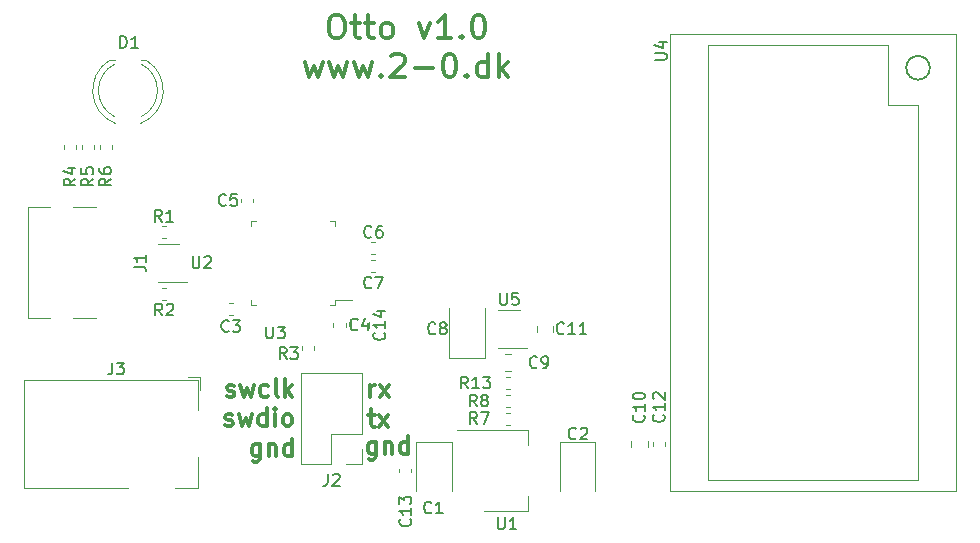
<source format=gbr>
G04 #@! TF.GenerationSoftware,KiCad,Pcbnew,5.1.8-db9833491~87~ubuntu20.04.1*
G04 #@! TF.CreationDate,2020-11-25T01:05:05+01:00*
G04 #@! TF.ProjectId,otto,6f74746f-2e6b-4696-9361-645f70636258,v1.0*
G04 #@! TF.SameCoordinates,Original*
G04 #@! TF.FileFunction,Legend,Top*
G04 #@! TF.FilePolarity,Positive*
%FSLAX46Y46*%
G04 Gerber Fmt 4.6, Leading zero omitted, Abs format (unit mm)*
G04 Created by KiCad (PCBNEW 5.1.8-db9833491~87~ubuntu20.04.1) date 2020-11-25 01:05:05*
%MOMM*%
%LPD*%
G01*
G04 APERTURE LIST*
%ADD10C,0.300000*%
%ADD11C,0.120000*%
%ADD12C,0.150000*%
%ADD13C,0.100000*%
G04 APERTURE END LIST*
D10*
X144479142Y-92504761D02*
X144860095Y-92504761D01*
X145050571Y-92600000D01*
X145241047Y-92790476D01*
X145336285Y-93171428D01*
X145336285Y-93838095D01*
X145241047Y-94219047D01*
X145050571Y-94409523D01*
X144860095Y-94504761D01*
X144479142Y-94504761D01*
X144288666Y-94409523D01*
X144098190Y-94219047D01*
X144002952Y-93838095D01*
X144002952Y-93171428D01*
X144098190Y-92790476D01*
X144288666Y-92600000D01*
X144479142Y-92504761D01*
X145907714Y-93171428D02*
X146669619Y-93171428D01*
X146193428Y-92504761D02*
X146193428Y-94219047D01*
X146288666Y-94409523D01*
X146479142Y-94504761D01*
X146669619Y-94504761D01*
X147050571Y-93171428D02*
X147812476Y-93171428D01*
X147336285Y-92504761D02*
X147336285Y-94219047D01*
X147431523Y-94409523D01*
X147622000Y-94504761D01*
X147812476Y-94504761D01*
X148764857Y-94504761D02*
X148574380Y-94409523D01*
X148479142Y-94314285D01*
X148383904Y-94123809D01*
X148383904Y-93552380D01*
X148479142Y-93361904D01*
X148574380Y-93266666D01*
X148764857Y-93171428D01*
X149050571Y-93171428D01*
X149241047Y-93266666D01*
X149336285Y-93361904D01*
X149431523Y-93552380D01*
X149431523Y-94123809D01*
X149336285Y-94314285D01*
X149241047Y-94409523D01*
X149050571Y-94504761D01*
X148764857Y-94504761D01*
X151622000Y-93171428D02*
X152098190Y-94504761D01*
X152574380Y-93171428D01*
X154383904Y-94504761D02*
X153241047Y-94504761D01*
X153812476Y-94504761D02*
X153812476Y-92504761D01*
X153622000Y-92790476D01*
X153431523Y-92980952D01*
X153241047Y-93076190D01*
X155241047Y-94314285D02*
X155336285Y-94409523D01*
X155241047Y-94504761D01*
X155145809Y-94409523D01*
X155241047Y-94314285D01*
X155241047Y-94504761D01*
X156574380Y-92504761D02*
X156764857Y-92504761D01*
X156955333Y-92600000D01*
X157050571Y-92695238D01*
X157145809Y-92885714D01*
X157241047Y-93266666D01*
X157241047Y-93742857D01*
X157145809Y-94123809D01*
X157050571Y-94314285D01*
X156955333Y-94409523D01*
X156764857Y-94504761D01*
X156574380Y-94504761D01*
X156383904Y-94409523D01*
X156288666Y-94314285D01*
X156193428Y-94123809D01*
X156098190Y-93742857D01*
X156098190Y-93266666D01*
X156193428Y-92885714D01*
X156288666Y-92695238D01*
X156383904Y-92600000D01*
X156574380Y-92504761D01*
X141955333Y-96471428D02*
X142336285Y-97804761D01*
X142717238Y-96852380D01*
X143098190Y-97804761D01*
X143479142Y-96471428D01*
X144050571Y-96471428D02*
X144431523Y-97804761D01*
X144812476Y-96852380D01*
X145193428Y-97804761D01*
X145574380Y-96471428D01*
X146145809Y-96471428D02*
X146526761Y-97804761D01*
X146907714Y-96852380D01*
X147288666Y-97804761D01*
X147669619Y-96471428D01*
X148431523Y-97614285D02*
X148526761Y-97709523D01*
X148431523Y-97804761D01*
X148336285Y-97709523D01*
X148431523Y-97614285D01*
X148431523Y-97804761D01*
X149288666Y-95995238D02*
X149383904Y-95900000D01*
X149574380Y-95804761D01*
X150050571Y-95804761D01*
X150241047Y-95900000D01*
X150336285Y-95995238D01*
X150431523Y-96185714D01*
X150431523Y-96376190D01*
X150336285Y-96661904D01*
X149193428Y-97804761D01*
X150431523Y-97804761D01*
X151288666Y-97042857D02*
X152812476Y-97042857D01*
X154145809Y-95804761D02*
X154336285Y-95804761D01*
X154526761Y-95900000D01*
X154622000Y-95995238D01*
X154717238Y-96185714D01*
X154812476Y-96566666D01*
X154812476Y-97042857D01*
X154717238Y-97423809D01*
X154622000Y-97614285D01*
X154526761Y-97709523D01*
X154336285Y-97804761D01*
X154145809Y-97804761D01*
X153955333Y-97709523D01*
X153860095Y-97614285D01*
X153764857Y-97423809D01*
X153669619Y-97042857D01*
X153669619Y-96566666D01*
X153764857Y-96185714D01*
X153860095Y-95995238D01*
X153955333Y-95900000D01*
X154145809Y-95804761D01*
X155669619Y-97614285D02*
X155764857Y-97709523D01*
X155669619Y-97804761D01*
X155574380Y-97709523D01*
X155669619Y-97614285D01*
X155669619Y-97804761D01*
X157479142Y-97804761D02*
X157479142Y-95804761D01*
X157479142Y-97709523D02*
X157288666Y-97804761D01*
X156907714Y-97804761D01*
X156717238Y-97709523D01*
X156622000Y-97614285D01*
X156526761Y-97423809D01*
X156526761Y-96852380D01*
X156622000Y-96661904D01*
X156717238Y-96566666D01*
X156907714Y-96471428D01*
X157288666Y-96471428D01*
X157479142Y-96566666D01*
X158431523Y-97804761D02*
X158431523Y-95804761D01*
X158622000Y-97042857D02*
X159193428Y-97804761D01*
X159193428Y-96471428D02*
X158431523Y-97233333D01*
X135375000Y-124757142D02*
X135517857Y-124828571D01*
X135803571Y-124828571D01*
X135946428Y-124757142D01*
X136017857Y-124614285D01*
X136017857Y-124542857D01*
X135946428Y-124400000D01*
X135803571Y-124328571D01*
X135589285Y-124328571D01*
X135446428Y-124257142D01*
X135375000Y-124114285D01*
X135375000Y-124042857D01*
X135446428Y-123900000D01*
X135589285Y-123828571D01*
X135803571Y-123828571D01*
X135946428Y-123900000D01*
X136517857Y-123828571D02*
X136803571Y-124828571D01*
X137089285Y-124114285D01*
X137375000Y-124828571D01*
X137660714Y-123828571D01*
X138875000Y-124757142D02*
X138732142Y-124828571D01*
X138446428Y-124828571D01*
X138303571Y-124757142D01*
X138232142Y-124685714D01*
X138160714Y-124542857D01*
X138160714Y-124114285D01*
X138232142Y-123971428D01*
X138303571Y-123900000D01*
X138446428Y-123828571D01*
X138732142Y-123828571D01*
X138875000Y-123900000D01*
X139732142Y-124828571D02*
X139589285Y-124757142D01*
X139517857Y-124614285D01*
X139517857Y-123328571D01*
X140303571Y-124828571D02*
X140303571Y-123328571D01*
X140446428Y-124257142D02*
X140875000Y-124828571D01*
X140875000Y-123828571D02*
X140303571Y-124400000D01*
X135253571Y-127257142D02*
X135396428Y-127328571D01*
X135682142Y-127328571D01*
X135825000Y-127257142D01*
X135896428Y-127114285D01*
X135896428Y-127042857D01*
X135825000Y-126900000D01*
X135682142Y-126828571D01*
X135467857Y-126828571D01*
X135325000Y-126757142D01*
X135253571Y-126614285D01*
X135253571Y-126542857D01*
X135325000Y-126400000D01*
X135467857Y-126328571D01*
X135682142Y-126328571D01*
X135825000Y-126400000D01*
X136396428Y-126328571D02*
X136682142Y-127328571D01*
X136967857Y-126614285D01*
X137253571Y-127328571D01*
X137539285Y-126328571D01*
X138753571Y-127328571D02*
X138753571Y-125828571D01*
X138753571Y-127257142D02*
X138610714Y-127328571D01*
X138325000Y-127328571D01*
X138182142Y-127257142D01*
X138110714Y-127185714D01*
X138039285Y-127042857D01*
X138039285Y-126614285D01*
X138110714Y-126471428D01*
X138182142Y-126400000D01*
X138325000Y-126328571D01*
X138610714Y-126328571D01*
X138753571Y-126400000D01*
X139467857Y-127328571D02*
X139467857Y-126328571D01*
X139467857Y-125828571D02*
X139396428Y-125900000D01*
X139467857Y-125971428D01*
X139539285Y-125900000D01*
X139467857Y-125828571D01*
X139467857Y-125971428D01*
X140396428Y-127328571D02*
X140253571Y-127257142D01*
X140182142Y-127185714D01*
X140110714Y-127042857D01*
X140110714Y-126614285D01*
X140182142Y-126471428D01*
X140253571Y-126400000D01*
X140396428Y-126328571D01*
X140610714Y-126328571D01*
X140753571Y-126400000D01*
X140825000Y-126471428D01*
X140896428Y-126614285D01*
X140896428Y-127042857D01*
X140825000Y-127185714D01*
X140753571Y-127257142D01*
X140610714Y-127328571D01*
X140396428Y-127328571D01*
X138189285Y-128878571D02*
X138189285Y-130092857D01*
X138117857Y-130235714D01*
X138046428Y-130307142D01*
X137903571Y-130378571D01*
X137689285Y-130378571D01*
X137546428Y-130307142D01*
X138189285Y-129807142D02*
X138046428Y-129878571D01*
X137760714Y-129878571D01*
X137617857Y-129807142D01*
X137546428Y-129735714D01*
X137475000Y-129592857D01*
X137475000Y-129164285D01*
X137546428Y-129021428D01*
X137617857Y-128950000D01*
X137760714Y-128878571D01*
X138046428Y-128878571D01*
X138189285Y-128950000D01*
X138903571Y-128878571D02*
X138903571Y-129878571D01*
X138903571Y-129021428D02*
X138975000Y-128950000D01*
X139117857Y-128878571D01*
X139332142Y-128878571D01*
X139475000Y-128950000D01*
X139546428Y-129092857D01*
X139546428Y-129878571D01*
X140903571Y-129878571D02*
X140903571Y-128378571D01*
X140903571Y-129807142D02*
X140760714Y-129878571D01*
X140475000Y-129878571D01*
X140332142Y-129807142D01*
X140260714Y-129735714D01*
X140189285Y-129592857D01*
X140189285Y-129164285D01*
X140260714Y-129021428D01*
X140332142Y-128950000D01*
X140475000Y-128878571D01*
X140760714Y-128878571D01*
X140903571Y-128950000D01*
X148014285Y-128678571D02*
X148014285Y-129892857D01*
X147942857Y-130035714D01*
X147871428Y-130107142D01*
X147728571Y-130178571D01*
X147514285Y-130178571D01*
X147371428Y-130107142D01*
X148014285Y-129607142D02*
X147871428Y-129678571D01*
X147585714Y-129678571D01*
X147442857Y-129607142D01*
X147371428Y-129535714D01*
X147300000Y-129392857D01*
X147300000Y-128964285D01*
X147371428Y-128821428D01*
X147442857Y-128750000D01*
X147585714Y-128678571D01*
X147871428Y-128678571D01*
X148014285Y-128750000D01*
X148728571Y-128678571D02*
X148728571Y-129678571D01*
X148728571Y-128821428D02*
X148800000Y-128750000D01*
X148942857Y-128678571D01*
X149157142Y-128678571D01*
X149300000Y-128750000D01*
X149371428Y-128892857D01*
X149371428Y-129678571D01*
X150728571Y-129678571D02*
X150728571Y-128178571D01*
X150728571Y-129607142D02*
X150585714Y-129678571D01*
X150300000Y-129678571D01*
X150157142Y-129607142D01*
X150085714Y-129535714D01*
X150014285Y-129392857D01*
X150014285Y-128964285D01*
X150085714Y-128821428D01*
X150157142Y-128750000D01*
X150300000Y-128678571D01*
X150585714Y-128678571D01*
X150728571Y-128750000D01*
X147510714Y-124828571D02*
X147510714Y-123828571D01*
X147510714Y-124114285D02*
X147582142Y-123971428D01*
X147653571Y-123900000D01*
X147796428Y-123828571D01*
X147939285Y-123828571D01*
X148296428Y-124828571D02*
X149082142Y-123828571D01*
X148296428Y-123828571D02*
X149082142Y-124828571D01*
X147332142Y-126378571D02*
X147903571Y-126378571D01*
X147546428Y-125878571D02*
X147546428Y-127164285D01*
X147617857Y-127307142D01*
X147760714Y-127378571D01*
X147903571Y-127378571D01*
X148260714Y-127378571D02*
X149046428Y-126378571D01*
X148260714Y-126378571D02*
X149046428Y-127378571D01*
D11*
X172500000Y-128709420D02*
X172500000Y-128990580D01*
X171480000Y-128709420D02*
X171480000Y-128990580D01*
X159362779Y-123190000D02*
X159037221Y-123190000D01*
X159362779Y-124210000D02*
X159037221Y-124210000D01*
X144560000Y-109940000D02*
X144140000Y-109940000D01*
X144560000Y-117060000D02*
X144560000Y-116640000D01*
X144560000Y-116640000D02*
X145940000Y-116640000D01*
X137440000Y-117060000D02*
X137860000Y-117060000D01*
X137440000Y-109940000D02*
X137860000Y-109940000D01*
X144560000Y-117060000D02*
X144140000Y-117060000D01*
X144560000Y-109940000D02*
X144560000Y-110360000D01*
X137440000Y-109940000D02*
X137440000Y-110360000D01*
X137440000Y-117060000D02*
X137440000Y-116640000D01*
X130212779Y-110390000D02*
X129887221Y-110390000D01*
X130212779Y-111410000D02*
X129887221Y-111410000D01*
X135882779Y-117920000D02*
X135557221Y-117920000D01*
X135882779Y-116900000D02*
X135557221Y-116900000D01*
X144400000Y-118607221D02*
X144400000Y-118932779D01*
X145420000Y-118607221D02*
X145420000Y-118932779D01*
X136570000Y-108382779D02*
X136570000Y-108057221D01*
X137590000Y-108382779D02*
X137590000Y-108057221D01*
X147607221Y-112750000D02*
X147932779Y-112750000D01*
X147607221Y-111730000D02*
X147932779Y-111730000D01*
X147607221Y-114260000D02*
X147932779Y-114260000D01*
X147607221Y-113240000D02*
X147932779Y-113240000D01*
X130212779Y-116610000D02*
X129887221Y-116610000D01*
X130212779Y-115590000D02*
X129887221Y-115590000D01*
X141730000Y-120537221D02*
X141730000Y-120862779D01*
X142750000Y-120537221D02*
X142750000Y-120862779D01*
X122620000Y-103882779D02*
X122620000Y-103557221D01*
X121600000Y-103882779D02*
X121600000Y-103557221D01*
X123100000Y-103882779D02*
X123100000Y-103557221D01*
X124120000Y-103882779D02*
X124120000Y-103557221D01*
X125620000Y-103882779D02*
X125620000Y-103557221D01*
X124600000Y-103882779D02*
X124600000Y-103557221D01*
X159362779Y-127210000D02*
X159037221Y-127210000D01*
X159362779Y-126190000D02*
X159037221Y-126190000D01*
X128545000Y-96345000D02*
X128080000Y-96345000D01*
X125920000Y-96345000D02*
X125455000Y-96345000D01*
X125919571Y-101159479D02*
G75*
G02*
X125920000Y-96650316I1080429J2254479D01*
G01*
X128080429Y-101159479D02*
G75*
G03*
X128080000Y-96650316I-1080429J2254479D01*
G01*
X125919173Y-101692815D02*
G75*
G02*
X125455170Y-96345000I1080827J2787815D01*
G01*
X128080827Y-101692815D02*
G75*
G03*
X128544830Y-96345000I-1080827J2787815D01*
G01*
X159037221Y-125710000D02*
X159362779Y-125710000D01*
X159037221Y-124690000D02*
X159362779Y-124690000D01*
X146830000Y-130555000D02*
X145500000Y-130555000D01*
X146830000Y-129225000D02*
X146830000Y-130555000D01*
X144230000Y-130555000D02*
X141630000Y-130555000D01*
X144230000Y-127955000D02*
X144230000Y-130555000D01*
X146830000Y-127955000D02*
X144230000Y-127955000D01*
X141630000Y-130555000D02*
X141630000Y-122815000D01*
X146830000Y-127955000D02*
X146830000Y-122815000D01*
X146830000Y-122815000D02*
X141630000Y-122815000D01*
X157210000Y-121560000D02*
X157210000Y-117350000D01*
X154190000Y-121560000D02*
X157210000Y-121560000D01*
X154190000Y-117350000D02*
X154190000Y-121560000D01*
X132900000Y-123400000D02*
X132900000Y-126000000D01*
X118200000Y-123400000D02*
X132900000Y-123400000D01*
X132900000Y-132600000D02*
X131000000Y-132600000D01*
X132900000Y-129900000D02*
X132900000Y-132600000D01*
X118200000Y-132600000D02*
X118200000Y-123400000D01*
X127000000Y-132600000D02*
X118200000Y-132600000D01*
X132050000Y-123200000D02*
X133100000Y-123200000D01*
X133100000Y-124250000D02*
X133100000Y-123200000D01*
X154870000Y-127690000D02*
X160880000Y-127690000D01*
X157120000Y-134510000D02*
X160880000Y-134510000D01*
X160880000Y-127690000D02*
X160880000Y-128950000D01*
X160880000Y-134510000D02*
X160880000Y-133250000D01*
X154410000Y-132850000D02*
X154410000Y-128640000D01*
X154410000Y-128640000D02*
X151390000Y-128640000D01*
X151390000Y-128640000D02*
X151390000Y-132850000D01*
X163540000Y-128640000D02*
X163540000Y-132850000D01*
X166560000Y-128640000D02*
X163540000Y-128640000D01*
X166560000Y-132850000D02*
X166560000Y-128640000D01*
X169570000Y-128591422D02*
X169570000Y-129108578D01*
X170990000Y-128591422D02*
X170990000Y-129108578D01*
X163010000Y-119358578D02*
X163010000Y-118841422D01*
X161590000Y-119358578D02*
X161590000Y-118841422D01*
X159461252Y-121225000D02*
X158938748Y-121225000D01*
X159461252Y-122695000D02*
X158938748Y-122695000D01*
X118520000Y-108790000D02*
X118520000Y-118190000D01*
X124320000Y-118190000D02*
X122320000Y-118190000D01*
X120420000Y-118190000D02*
X118520000Y-118190000D01*
X124320000Y-108790000D02*
X122320000Y-108790000D01*
X120420000Y-108790000D02*
X118520000Y-108790000D01*
X129560000Y-115110000D02*
X132010000Y-115110000D01*
X131360000Y-111890000D02*
X129560000Y-111890000D01*
X191350000Y-100165000D02*
X193890000Y-100165000D01*
X193890000Y-131915000D02*
X193890000Y-100165000D01*
X191350000Y-95085000D02*
X191350000Y-100165000D01*
X176110000Y-95085000D02*
X191350000Y-95085000D01*
X176110000Y-131915000D02*
X176110000Y-95085000D01*
X193890000Y-131915000D02*
X176110000Y-131915000D01*
D12*
X194890000Y-96990000D02*
G75*
G03*
X194890000Y-96990000I-1000000J0D01*
G01*
D13*
X172900000Y-94150000D02*
X197100000Y-94150000D01*
X172900000Y-132850000D02*
X172900000Y-94150000D01*
X197100000Y-132850000D02*
X172900000Y-132850000D01*
X197100000Y-94150000D02*
X197100000Y-132850000D01*
D11*
X158350000Y-120710000D02*
X160800000Y-120710000D01*
X160150000Y-117490000D02*
X158350000Y-117490000D01*
X151000000Y-131240580D02*
X151000000Y-130959420D01*
X149980000Y-131240580D02*
X149980000Y-130959420D01*
X145915000Y-118508748D02*
X145915000Y-119031252D01*
X147385000Y-118508748D02*
X147385000Y-119031252D01*
D12*
X172337142Y-126362857D02*
X172384761Y-126410476D01*
X172432380Y-126553333D01*
X172432380Y-126648571D01*
X172384761Y-126791428D01*
X172289523Y-126886666D01*
X172194285Y-126934285D01*
X172003809Y-126981904D01*
X171860952Y-126981904D01*
X171670476Y-126934285D01*
X171575238Y-126886666D01*
X171480000Y-126791428D01*
X171432380Y-126648571D01*
X171432380Y-126553333D01*
X171480000Y-126410476D01*
X171527619Y-126362857D01*
X172432380Y-125410476D02*
X172432380Y-125981904D01*
X172432380Y-125696190D02*
X171432380Y-125696190D01*
X171575238Y-125791428D01*
X171670476Y-125886666D01*
X171718095Y-125981904D01*
X171527619Y-125029523D02*
X171480000Y-124981904D01*
X171432380Y-124886666D01*
X171432380Y-124648571D01*
X171480000Y-124553333D01*
X171527619Y-124505714D01*
X171622857Y-124458095D01*
X171718095Y-124458095D01*
X171860952Y-124505714D01*
X172432380Y-125077142D01*
X172432380Y-124458095D01*
X155787142Y-124132380D02*
X155453809Y-123656190D01*
X155215714Y-124132380D02*
X155215714Y-123132380D01*
X155596666Y-123132380D01*
X155691904Y-123180000D01*
X155739523Y-123227619D01*
X155787142Y-123322857D01*
X155787142Y-123465714D01*
X155739523Y-123560952D01*
X155691904Y-123608571D01*
X155596666Y-123656190D01*
X155215714Y-123656190D01*
X156739523Y-124132380D02*
X156168095Y-124132380D01*
X156453809Y-124132380D02*
X156453809Y-123132380D01*
X156358571Y-123275238D01*
X156263333Y-123370476D01*
X156168095Y-123418095D01*
X157072857Y-123132380D02*
X157691904Y-123132380D01*
X157358571Y-123513333D01*
X157501428Y-123513333D01*
X157596666Y-123560952D01*
X157644285Y-123608571D01*
X157691904Y-123703809D01*
X157691904Y-123941904D01*
X157644285Y-124037142D01*
X157596666Y-124084761D01*
X157501428Y-124132380D01*
X157215714Y-124132380D01*
X157120476Y-124084761D01*
X157072857Y-124037142D01*
X138708095Y-118902380D02*
X138708095Y-119711904D01*
X138755714Y-119807142D01*
X138803333Y-119854761D01*
X138898571Y-119902380D01*
X139089047Y-119902380D01*
X139184285Y-119854761D01*
X139231904Y-119807142D01*
X139279523Y-119711904D01*
X139279523Y-118902380D01*
X139660476Y-118902380D02*
X140279523Y-118902380D01*
X139946190Y-119283333D01*
X140089047Y-119283333D01*
X140184285Y-119330952D01*
X140231904Y-119378571D01*
X140279523Y-119473809D01*
X140279523Y-119711904D01*
X140231904Y-119807142D01*
X140184285Y-119854761D01*
X140089047Y-119902380D01*
X139803333Y-119902380D01*
X139708095Y-119854761D01*
X139660476Y-119807142D01*
X129873333Y-110012380D02*
X129540000Y-109536190D01*
X129301904Y-110012380D02*
X129301904Y-109012380D01*
X129682857Y-109012380D01*
X129778095Y-109060000D01*
X129825714Y-109107619D01*
X129873333Y-109202857D01*
X129873333Y-109345714D01*
X129825714Y-109440952D01*
X129778095Y-109488571D01*
X129682857Y-109536190D01*
X129301904Y-109536190D01*
X130825714Y-110012380D02*
X130254285Y-110012380D01*
X130540000Y-110012380D02*
X130540000Y-109012380D01*
X130444761Y-109155238D01*
X130349523Y-109250476D01*
X130254285Y-109298095D01*
X135533333Y-119257142D02*
X135485714Y-119304761D01*
X135342857Y-119352380D01*
X135247619Y-119352380D01*
X135104761Y-119304761D01*
X135009523Y-119209523D01*
X134961904Y-119114285D01*
X134914285Y-118923809D01*
X134914285Y-118780952D01*
X134961904Y-118590476D01*
X135009523Y-118495238D01*
X135104761Y-118400000D01*
X135247619Y-118352380D01*
X135342857Y-118352380D01*
X135485714Y-118400000D01*
X135533333Y-118447619D01*
X135866666Y-118352380D02*
X136485714Y-118352380D01*
X136152380Y-118733333D01*
X136295238Y-118733333D01*
X136390476Y-118780952D01*
X136438095Y-118828571D01*
X136485714Y-118923809D01*
X136485714Y-119161904D01*
X136438095Y-119257142D01*
X136390476Y-119304761D01*
X136295238Y-119352380D01*
X136009523Y-119352380D01*
X135914285Y-119304761D01*
X135866666Y-119257142D01*
X146433333Y-119127142D02*
X146385714Y-119174761D01*
X146242857Y-119222380D01*
X146147619Y-119222380D01*
X146004761Y-119174761D01*
X145909523Y-119079523D01*
X145861904Y-118984285D01*
X145814285Y-118793809D01*
X145814285Y-118650952D01*
X145861904Y-118460476D01*
X145909523Y-118365238D01*
X146004761Y-118270000D01*
X146147619Y-118222380D01*
X146242857Y-118222380D01*
X146385714Y-118270000D01*
X146433333Y-118317619D01*
X147290476Y-118555714D02*
X147290476Y-119222380D01*
X147052380Y-118174761D02*
X146814285Y-118889047D01*
X147433333Y-118889047D01*
X135283333Y-108577142D02*
X135235714Y-108624761D01*
X135092857Y-108672380D01*
X134997619Y-108672380D01*
X134854761Y-108624761D01*
X134759523Y-108529523D01*
X134711904Y-108434285D01*
X134664285Y-108243809D01*
X134664285Y-108100952D01*
X134711904Y-107910476D01*
X134759523Y-107815238D01*
X134854761Y-107720000D01*
X134997619Y-107672380D01*
X135092857Y-107672380D01*
X135235714Y-107720000D01*
X135283333Y-107767619D01*
X136188095Y-107672380D02*
X135711904Y-107672380D01*
X135664285Y-108148571D01*
X135711904Y-108100952D01*
X135807142Y-108053333D01*
X136045238Y-108053333D01*
X136140476Y-108100952D01*
X136188095Y-108148571D01*
X136235714Y-108243809D01*
X136235714Y-108481904D01*
X136188095Y-108577142D01*
X136140476Y-108624761D01*
X136045238Y-108672380D01*
X135807142Y-108672380D01*
X135711904Y-108624761D01*
X135664285Y-108577142D01*
X147613333Y-111277142D02*
X147565714Y-111324761D01*
X147422857Y-111372380D01*
X147327619Y-111372380D01*
X147184761Y-111324761D01*
X147089523Y-111229523D01*
X147041904Y-111134285D01*
X146994285Y-110943809D01*
X146994285Y-110800952D01*
X147041904Y-110610476D01*
X147089523Y-110515238D01*
X147184761Y-110420000D01*
X147327619Y-110372380D01*
X147422857Y-110372380D01*
X147565714Y-110420000D01*
X147613333Y-110467619D01*
X148470476Y-110372380D02*
X148280000Y-110372380D01*
X148184761Y-110420000D01*
X148137142Y-110467619D01*
X148041904Y-110610476D01*
X147994285Y-110800952D01*
X147994285Y-111181904D01*
X148041904Y-111277142D01*
X148089523Y-111324761D01*
X148184761Y-111372380D01*
X148375238Y-111372380D01*
X148470476Y-111324761D01*
X148518095Y-111277142D01*
X148565714Y-111181904D01*
X148565714Y-110943809D01*
X148518095Y-110848571D01*
X148470476Y-110800952D01*
X148375238Y-110753333D01*
X148184761Y-110753333D01*
X148089523Y-110800952D01*
X148041904Y-110848571D01*
X147994285Y-110943809D01*
X147613333Y-115567142D02*
X147565714Y-115614761D01*
X147422857Y-115662380D01*
X147327619Y-115662380D01*
X147184761Y-115614761D01*
X147089523Y-115519523D01*
X147041904Y-115424285D01*
X146994285Y-115233809D01*
X146994285Y-115090952D01*
X147041904Y-114900476D01*
X147089523Y-114805238D01*
X147184761Y-114710000D01*
X147327619Y-114662380D01*
X147422857Y-114662380D01*
X147565714Y-114710000D01*
X147613333Y-114757619D01*
X147946666Y-114662380D02*
X148613333Y-114662380D01*
X148184761Y-115662380D01*
X129893333Y-117952380D02*
X129560000Y-117476190D01*
X129321904Y-117952380D02*
X129321904Y-116952380D01*
X129702857Y-116952380D01*
X129798095Y-117000000D01*
X129845714Y-117047619D01*
X129893333Y-117142857D01*
X129893333Y-117285714D01*
X129845714Y-117380952D01*
X129798095Y-117428571D01*
X129702857Y-117476190D01*
X129321904Y-117476190D01*
X130274285Y-117047619D02*
X130321904Y-117000000D01*
X130417142Y-116952380D01*
X130655238Y-116952380D01*
X130750476Y-117000000D01*
X130798095Y-117047619D01*
X130845714Y-117142857D01*
X130845714Y-117238095D01*
X130798095Y-117380952D01*
X130226666Y-117952380D01*
X130845714Y-117952380D01*
X140423333Y-121652380D02*
X140090000Y-121176190D01*
X139851904Y-121652380D02*
X139851904Y-120652380D01*
X140232857Y-120652380D01*
X140328095Y-120700000D01*
X140375714Y-120747619D01*
X140423333Y-120842857D01*
X140423333Y-120985714D01*
X140375714Y-121080952D01*
X140328095Y-121128571D01*
X140232857Y-121176190D01*
X139851904Y-121176190D01*
X140756666Y-120652380D02*
X141375714Y-120652380D01*
X141042380Y-121033333D01*
X141185238Y-121033333D01*
X141280476Y-121080952D01*
X141328095Y-121128571D01*
X141375714Y-121223809D01*
X141375714Y-121461904D01*
X141328095Y-121557142D01*
X141280476Y-121604761D01*
X141185238Y-121652380D01*
X140899523Y-121652380D01*
X140804285Y-121604761D01*
X140756666Y-121557142D01*
X122552380Y-106366666D02*
X122076190Y-106700000D01*
X122552380Y-106938095D02*
X121552380Y-106938095D01*
X121552380Y-106557142D01*
X121600000Y-106461904D01*
X121647619Y-106414285D01*
X121742857Y-106366666D01*
X121885714Y-106366666D01*
X121980952Y-106414285D01*
X122028571Y-106461904D01*
X122076190Y-106557142D01*
X122076190Y-106938095D01*
X121885714Y-105509523D02*
X122552380Y-105509523D01*
X121504761Y-105747619D02*
X122219047Y-105985714D01*
X122219047Y-105366666D01*
X124062380Y-106366666D02*
X123586190Y-106700000D01*
X124062380Y-106938095D02*
X123062380Y-106938095D01*
X123062380Y-106557142D01*
X123110000Y-106461904D01*
X123157619Y-106414285D01*
X123252857Y-106366666D01*
X123395714Y-106366666D01*
X123490952Y-106414285D01*
X123538571Y-106461904D01*
X123586190Y-106557142D01*
X123586190Y-106938095D01*
X123062380Y-105461904D02*
X123062380Y-105938095D01*
X123538571Y-105985714D01*
X123490952Y-105938095D01*
X123443333Y-105842857D01*
X123443333Y-105604761D01*
X123490952Y-105509523D01*
X123538571Y-105461904D01*
X123633809Y-105414285D01*
X123871904Y-105414285D01*
X123967142Y-105461904D01*
X124014761Y-105509523D01*
X124062380Y-105604761D01*
X124062380Y-105842857D01*
X124014761Y-105938095D01*
X123967142Y-105985714D01*
X125552380Y-106366666D02*
X125076190Y-106700000D01*
X125552380Y-106938095D02*
X124552380Y-106938095D01*
X124552380Y-106557142D01*
X124600000Y-106461904D01*
X124647619Y-106414285D01*
X124742857Y-106366666D01*
X124885714Y-106366666D01*
X124980952Y-106414285D01*
X125028571Y-106461904D01*
X125076190Y-106557142D01*
X125076190Y-106938095D01*
X124552380Y-105509523D02*
X124552380Y-105700000D01*
X124600000Y-105795238D01*
X124647619Y-105842857D01*
X124790476Y-105938095D01*
X124980952Y-105985714D01*
X125361904Y-105985714D01*
X125457142Y-105938095D01*
X125504761Y-105890476D01*
X125552380Y-105795238D01*
X125552380Y-105604761D01*
X125504761Y-105509523D01*
X125457142Y-105461904D01*
X125361904Y-105414285D01*
X125123809Y-105414285D01*
X125028571Y-105461904D01*
X124980952Y-105509523D01*
X124933333Y-105604761D01*
X124933333Y-105795238D01*
X124980952Y-105890476D01*
X125028571Y-105938095D01*
X125123809Y-105985714D01*
X156533333Y-127152380D02*
X156200000Y-126676190D01*
X155961904Y-127152380D02*
X155961904Y-126152380D01*
X156342857Y-126152380D01*
X156438095Y-126200000D01*
X156485714Y-126247619D01*
X156533333Y-126342857D01*
X156533333Y-126485714D01*
X156485714Y-126580952D01*
X156438095Y-126628571D01*
X156342857Y-126676190D01*
X155961904Y-126676190D01*
X156866666Y-126152380D02*
X157533333Y-126152380D01*
X157104761Y-127152380D01*
X126331904Y-95292380D02*
X126331904Y-94292380D01*
X126570000Y-94292380D01*
X126712857Y-94340000D01*
X126808095Y-94435238D01*
X126855714Y-94530476D01*
X126903333Y-94720952D01*
X126903333Y-94863809D01*
X126855714Y-95054285D01*
X126808095Y-95149523D01*
X126712857Y-95244761D01*
X126570000Y-95292380D01*
X126331904Y-95292380D01*
X127855714Y-95292380D02*
X127284285Y-95292380D01*
X127570000Y-95292380D02*
X127570000Y-94292380D01*
X127474761Y-94435238D01*
X127379523Y-94530476D01*
X127284285Y-94578095D01*
X156533333Y-125652380D02*
X156200000Y-125176190D01*
X155961904Y-125652380D02*
X155961904Y-124652380D01*
X156342857Y-124652380D01*
X156438095Y-124700000D01*
X156485714Y-124747619D01*
X156533333Y-124842857D01*
X156533333Y-124985714D01*
X156485714Y-125080952D01*
X156438095Y-125128571D01*
X156342857Y-125176190D01*
X155961904Y-125176190D01*
X157104761Y-125080952D02*
X157009523Y-125033333D01*
X156961904Y-124985714D01*
X156914285Y-124890476D01*
X156914285Y-124842857D01*
X156961904Y-124747619D01*
X157009523Y-124700000D01*
X157104761Y-124652380D01*
X157295238Y-124652380D01*
X157390476Y-124700000D01*
X157438095Y-124747619D01*
X157485714Y-124842857D01*
X157485714Y-124890476D01*
X157438095Y-124985714D01*
X157390476Y-125033333D01*
X157295238Y-125080952D01*
X157104761Y-125080952D01*
X157009523Y-125128571D01*
X156961904Y-125176190D01*
X156914285Y-125271428D01*
X156914285Y-125461904D01*
X156961904Y-125557142D01*
X157009523Y-125604761D01*
X157104761Y-125652380D01*
X157295238Y-125652380D01*
X157390476Y-125604761D01*
X157438095Y-125557142D01*
X157485714Y-125461904D01*
X157485714Y-125271428D01*
X157438095Y-125176190D01*
X157390476Y-125128571D01*
X157295238Y-125080952D01*
X143926666Y-131362380D02*
X143926666Y-132076666D01*
X143879047Y-132219523D01*
X143783809Y-132314761D01*
X143640952Y-132362380D01*
X143545714Y-132362380D01*
X144355238Y-131457619D02*
X144402857Y-131410000D01*
X144498095Y-131362380D01*
X144736190Y-131362380D01*
X144831428Y-131410000D01*
X144879047Y-131457619D01*
X144926666Y-131552857D01*
X144926666Y-131648095D01*
X144879047Y-131790952D01*
X144307619Y-132362380D01*
X144926666Y-132362380D01*
X153023333Y-119457142D02*
X152975714Y-119504761D01*
X152832857Y-119552380D01*
X152737619Y-119552380D01*
X152594761Y-119504761D01*
X152499523Y-119409523D01*
X152451904Y-119314285D01*
X152404285Y-119123809D01*
X152404285Y-118980952D01*
X152451904Y-118790476D01*
X152499523Y-118695238D01*
X152594761Y-118600000D01*
X152737619Y-118552380D01*
X152832857Y-118552380D01*
X152975714Y-118600000D01*
X153023333Y-118647619D01*
X153594761Y-118980952D02*
X153499523Y-118933333D01*
X153451904Y-118885714D01*
X153404285Y-118790476D01*
X153404285Y-118742857D01*
X153451904Y-118647619D01*
X153499523Y-118600000D01*
X153594761Y-118552380D01*
X153785238Y-118552380D01*
X153880476Y-118600000D01*
X153928095Y-118647619D01*
X153975714Y-118742857D01*
X153975714Y-118790476D01*
X153928095Y-118885714D01*
X153880476Y-118933333D01*
X153785238Y-118980952D01*
X153594761Y-118980952D01*
X153499523Y-119028571D01*
X153451904Y-119076190D01*
X153404285Y-119171428D01*
X153404285Y-119361904D01*
X153451904Y-119457142D01*
X153499523Y-119504761D01*
X153594761Y-119552380D01*
X153785238Y-119552380D01*
X153880476Y-119504761D01*
X153928095Y-119457142D01*
X153975714Y-119361904D01*
X153975714Y-119171428D01*
X153928095Y-119076190D01*
X153880476Y-119028571D01*
X153785238Y-118980952D01*
X125666666Y-121952380D02*
X125666666Y-122666666D01*
X125619047Y-122809523D01*
X125523809Y-122904761D01*
X125380952Y-122952380D01*
X125285714Y-122952380D01*
X126047619Y-121952380D02*
X126666666Y-121952380D01*
X126333333Y-122333333D01*
X126476190Y-122333333D01*
X126571428Y-122380952D01*
X126619047Y-122428571D01*
X126666666Y-122523809D01*
X126666666Y-122761904D01*
X126619047Y-122857142D01*
X126571428Y-122904761D01*
X126476190Y-122952380D01*
X126190476Y-122952380D01*
X126095238Y-122904761D01*
X126047619Y-122857142D01*
X158308095Y-135052380D02*
X158308095Y-135861904D01*
X158355714Y-135957142D01*
X158403333Y-136004761D01*
X158498571Y-136052380D01*
X158689047Y-136052380D01*
X158784285Y-136004761D01*
X158831904Y-135957142D01*
X158879523Y-135861904D01*
X158879523Y-135052380D01*
X159879523Y-136052380D02*
X159308095Y-136052380D01*
X159593809Y-136052380D02*
X159593809Y-135052380D01*
X159498571Y-135195238D01*
X159403333Y-135290476D01*
X159308095Y-135338095D01*
X152693333Y-134627142D02*
X152645714Y-134674761D01*
X152502857Y-134722380D01*
X152407619Y-134722380D01*
X152264761Y-134674761D01*
X152169523Y-134579523D01*
X152121904Y-134484285D01*
X152074285Y-134293809D01*
X152074285Y-134150952D01*
X152121904Y-133960476D01*
X152169523Y-133865238D01*
X152264761Y-133770000D01*
X152407619Y-133722380D01*
X152502857Y-133722380D01*
X152645714Y-133770000D01*
X152693333Y-133817619D01*
X153645714Y-134722380D02*
X153074285Y-134722380D01*
X153360000Y-134722380D02*
X153360000Y-133722380D01*
X153264761Y-133865238D01*
X153169523Y-133960476D01*
X153074285Y-134008095D01*
X164933333Y-128357142D02*
X164885714Y-128404761D01*
X164742857Y-128452380D01*
X164647619Y-128452380D01*
X164504761Y-128404761D01*
X164409523Y-128309523D01*
X164361904Y-128214285D01*
X164314285Y-128023809D01*
X164314285Y-127880952D01*
X164361904Y-127690476D01*
X164409523Y-127595238D01*
X164504761Y-127500000D01*
X164647619Y-127452380D01*
X164742857Y-127452380D01*
X164885714Y-127500000D01*
X164933333Y-127547619D01*
X165314285Y-127547619D02*
X165361904Y-127500000D01*
X165457142Y-127452380D01*
X165695238Y-127452380D01*
X165790476Y-127500000D01*
X165838095Y-127547619D01*
X165885714Y-127642857D01*
X165885714Y-127738095D01*
X165838095Y-127880952D01*
X165266666Y-128452380D01*
X165885714Y-128452380D01*
X170647142Y-126392857D02*
X170694761Y-126440476D01*
X170742380Y-126583333D01*
X170742380Y-126678571D01*
X170694761Y-126821428D01*
X170599523Y-126916666D01*
X170504285Y-126964285D01*
X170313809Y-127011904D01*
X170170952Y-127011904D01*
X169980476Y-126964285D01*
X169885238Y-126916666D01*
X169790000Y-126821428D01*
X169742380Y-126678571D01*
X169742380Y-126583333D01*
X169790000Y-126440476D01*
X169837619Y-126392857D01*
X170742380Y-125440476D02*
X170742380Y-126011904D01*
X170742380Y-125726190D02*
X169742380Y-125726190D01*
X169885238Y-125821428D01*
X169980476Y-125916666D01*
X170028095Y-126011904D01*
X169742380Y-124821428D02*
X169742380Y-124726190D01*
X169790000Y-124630952D01*
X169837619Y-124583333D01*
X169932857Y-124535714D01*
X170123333Y-124488095D01*
X170361428Y-124488095D01*
X170551904Y-124535714D01*
X170647142Y-124583333D01*
X170694761Y-124630952D01*
X170742380Y-124726190D01*
X170742380Y-124821428D01*
X170694761Y-124916666D01*
X170647142Y-124964285D01*
X170551904Y-125011904D01*
X170361428Y-125059523D01*
X170123333Y-125059523D01*
X169932857Y-125011904D01*
X169837619Y-124964285D01*
X169790000Y-124916666D01*
X169742380Y-124821428D01*
X163907142Y-119457142D02*
X163859523Y-119504761D01*
X163716666Y-119552380D01*
X163621428Y-119552380D01*
X163478571Y-119504761D01*
X163383333Y-119409523D01*
X163335714Y-119314285D01*
X163288095Y-119123809D01*
X163288095Y-118980952D01*
X163335714Y-118790476D01*
X163383333Y-118695238D01*
X163478571Y-118600000D01*
X163621428Y-118552380D01*
X163716666Y-118552380D01*
X163859523Y-118600000D01*
X163907142Y-118647619D01*
X164859523Y-119552380D02*
X164288095Y-119552380D01*
X164573809Y-119552380D02*
X164573809Y-118552380D01*
X164478571Y-118695238D01*
X164383333Y-118790476D01*
X164288095Y-118838095D01*
X165811904Y-119552380D02*
X165240476Y-119552380D01*
X165526190Y-119552380D02*
X165526190Y-118552380D01*
X165430952Y-118695238D01*
X165335714Y-118790476D01*
X165240476Y-118838095D01*
X161623333Y-122317142D02*
X161575714Y-122364761D01*
X161432857Y-122412380D01*
X161337619Y-122412380D01*
X161194761Y-122364761D01*
X161099523Y-122269523D01*
X161051904Y-122174285D01*
X161004285Y-121983809D01*
X161004285Y-121840952D01*
X161051904Y-121650476D01*
X161099523Y-121555238D01*
X161194761Y-121460000D01*
X161337619Y-121412380D01*
X161432857Y-121412380D01*
X161575714Y-121460000D01*
X161623333Y-121507619D01*
X162099523Y-122412380D02*
X162290000Y-122412380D01*
X162385238Y-122364761D01*
X162432857Y-122317142D01*
X162528095Y-122174285D01*
X162575714Y-121983809D01*
X162575714Y-121602857D01*
X162528095Y-121507619D01*
X162480476Y-121460000D01*
X162385238Y-121412380D01*
X162194761Y-121412380D01*
X162099523Y-121460000D01*
X162051904Y-121507619D01*
X162004285Y-121602857D01*
X162004285Y-121840952D01*
X162051904Y-121936190D01*
X162099523Y-121983809D01*
X162194761Y-122031428D01*
X162385238Y-122031428D01*
X162480476Y-121983809D01*
X162528095Y-121936190D01*
X162575714Y-121840952D01*
X127517380Y-113823333D02*
X128231666Y-113823333D01*
X128374523Y-113870952D01*
X128469761Y-113966190D01*
X128517380Y-114109047D01*
X128517380Y-114204285D01*
X128517380Y-112823333D02*
X128517380Y-113394761D01*
X128517380Y-113109047D02*
X127517380Y-113109047D01*
X127660238Y-113204285D01*
X127755476Y-113299523D01*
X127803095Y-113394761D01*
X132468095Y-112952380D02*
X132468095Y-113761904D01*
X132515714Y-113857142D01*
X132563333Y-113904761D01*
X132658571Y-113952380D01*
X132849047Y-113952380D01*
X132944285Y-113904761D01*
X132991904Y-113857142D01*
X133039523Y-113761904D01*
X133039523Y-112952380D01*
X133468095Y-113047619D02*
X133515714Y-113000000D01*
X133610952Y-112952380D01*
X133849047Y-112952380D01*
X133944285Y-113000000D01*
X133991904Y-113047619D01*
X134039523Y-113142857D01*
X134039523Y-113238095D01*
X133991904Y-113380952D01*
X133420476Y-113952380D01*
X134039523Y-113952380D01*
X171602380Y-96311904D02*
X172411904Y-96311904D01*
X172507142Y-96264285D01*
X172554761Y-96216666D01*
X172602380Y-96121428D01*
X172602380Y-95930952D01*
X172554761Y-95835714D01*
X172507142Y-95788095D01*
X172411904Y-95740476D01*
X171602380Y-95740476D01*
X171935714Y-94835714D02*
X172602380Y-94835714D01*
X171554761Y-95073809D02*
X172269047Y-95311904D01*
X172269047Y-94692857D01*
X158498095Y-116052380D02*
X158498095Y-116861904D01*
X158545714Y-116957142D01*
X158593333Y-117004761D01*
X158688571Y-117052380D01*
X158879047Y-117052380D01*
X158974285Y-117004761D01*
X159021904Y-116957142D01*
X159069523Y-116861904D01*
X159069523Y-116052380D01*
X160021904Y-116052380D02*
X159545714Y-116052380D01*
X159498095Y-116528571D01*
X159545714Y-116480952D01*
X159640952Y-116433333D01*
X159879047Y-116433333D01*
X159974285Y-116480952D01*
X160021904Y-116528571D01*
X160069523Y-116623809D01*
X160069523Y-116861904D01*
X160021904Y-116957142D01*
X159974285Y-117004761D01*
X159879047Y-117052380D01*
X159640952Y-117052380D01*
X159545714Y-117004761D01*
X159498095Y-116957142D01*
X150887142Y-135192857D02*
X150934761Y-135240476D01*
X150982380Y-135383333D01*
X150982380Y-135478571D01*
X150934761Y-135621428D01*
X150839523Y-135716666D01*
X150744285Y-135764285D01*
X150553809Y-135811904D01*
X150410952Y-135811904D01*
X150220476Y-135764285D01*
X150125238Y-135716666D01*
X150030000Y-135621428D01*
X149982380Y-135478571D01*
X149982380Y-135383333D01*
X150030000Y-135240476D01*
X150077619Y-135192857D01*
X150982380Y-134240476D02*
X150982380Y-134811904D01*
X150982380Y-134526190D02*
X149982380Y-134526190D01*
X150125238Y-134621428D01*
X150220476Y-134716666D01*
X150268095Y-134811904D01*
X149982380Y-133907142D02*
X149982380Y-133288095D01*
X150363333Y-133621428D01*
X150363333Y-133478571D01*
X150410952Y-133383333D01*
X150458571Y-133335714D01*
X150553809Y-133288095D01*
X150791904Y-133288095D01*
X150887142Y-133335714D01*
X150934761Y-133383333D01*
X150982380Y-133478571D01*
X150982380Y-133764285D01*
X150934761Y-133859523D01*
X150887142Y-133907142D01*
X148687142Y-119412857D02*
X148734761Y-119460476D01*
X148782380Y-119603333D01*
X148782380Y-119698571D01*
X148734761Y-119841428D01*
X148639523Y-119936666D01*
X148544285Y-119984285D01*
X148353809Y-120031904D01*
X148210952Y-120031904D01*
X148020476Y-119984285D01*
X147925238Y-119936666D01*
X147830000Y-119841428D01*
X147782380Y-119698571D01*
X147782380Y-119603333D01*
X147830000Y-119460476D01*
X147877619Y-119412857D01*
X148782380Y-118460476D02*
X148782380Y-119031904D01*
X148782380Y-118746190D02*
X147782380Y-118746190D01*
X147925238Y-118841428D01*
X148020476Y-118936666D01*
X148068095Y-119031904D01*
X148115714Y-117603333D02*
X148782380Y-117603333D01*
X147734761Y-117841428D02*
X148449047Y-118079523D01*
X148449047Y-117460476D01*
M02*

</source>
